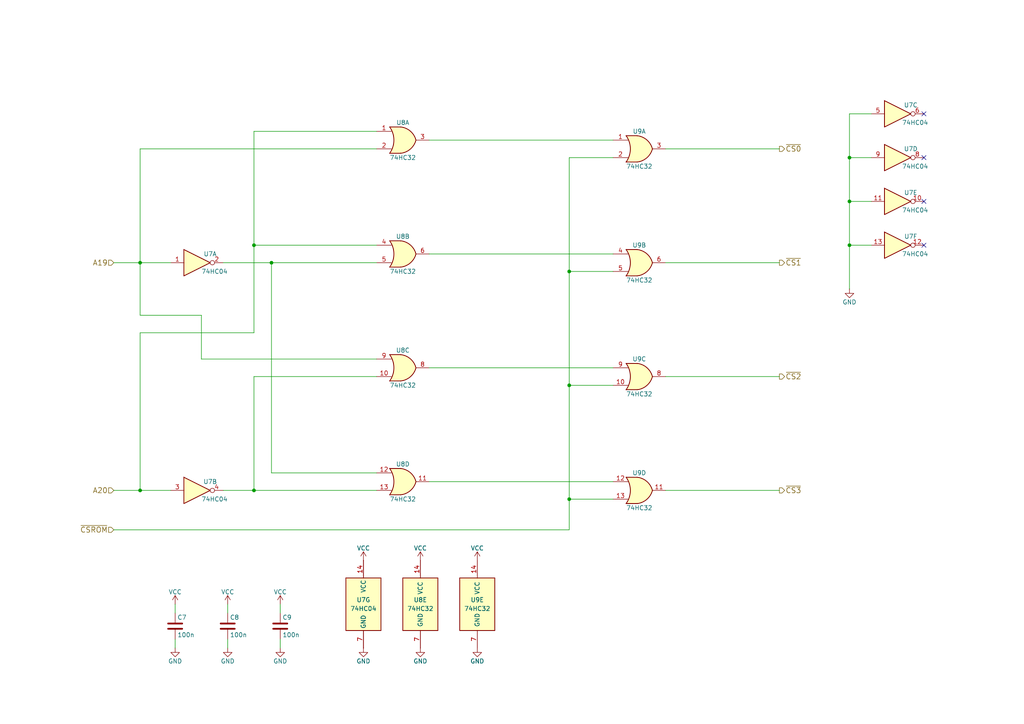
<source format=kicad_sch>
(kicad_sch (version 20231120) (generator "eeschema") (generator_version "8.0")
  (paper "A4")
  (title_block (title "Iceboy HX8K-BRK Memory Module") (date "2024-06-20") (rev "1") (company "Author: Michael Singer") (comment 1 "https://github.com/msinger/iceboy/") (comment 2 "http://iceboy.a-singer.de/"))
  (lib_symbols
    (symbol "74xx:74HC04"
      (property "Reference" "U" (at 0 1.27 0))
      (property "Value" "74HC04" (at 0 -1.27 0))
      (symbol "74HC04_1_0"
        (polyline (pts (xy -3.81 3.81) (xy -3.81 -3.81) (xy 3.81 0) (xy -3.81 3.81)) (stroke (width 0.254)) (fill (type background)))
        (pin input line (at -7.62 0 0) (length 3.81) (name "~") (number "1"))
        (pin output inverted (at 7.62 0 180) (length 3.81) (name "~") (number "2"))
      )
      (symbol "74HC04_2_0"
        (polyline (pts (xy -3.81 3.81) (xy -3.81 -3.81) (xy 3.81 0) (xy -3.81 3.81)) (stroke (width 0.254)) (fill (type background)))
        (pin input line (at -7.62 0 0) (length 3.81) (name "~") (number "3"))
        (pin output inverted (at 7.62 0 180) (length 3.81) (name "~") (number "4"))
      )
      (symbol "74HC04_3_0"
        (polyline (pts (xy -3.81 3.81) (xy -3.81 -3.81) (xy 3.81 0) (xy -3.81 3.81)) (stroke (width 0.254)) (fill (type background)))
        (pin input line (at -7.62 0 0) (length 3.81) (name "~") (number "5"))
        (pin output inverted (at 7.62 0 180) (length 3.81) (name "~") (number "6"))
      )
      (symbol "74HC04_4_0"
        (polyline (pts (xy -3.81 3.81) (xy -3.81 -3.81) (xy 3.81 0) (xy -3.81 3.81)) (stroke (width 0.254)) (fill (type background)))
        (pin output inverted (at 7.62 0 180) (length 3.81) (name "~") (number "8"))
        (pin input line (at -7.62 0 0) (length 3.81) (name "~") (number "9"))
      )
      (symbol "74HC04_5_0"
        (polyline (pts (xy -3.81 3.81) (xy -3.81 -3.81) (xy 3.81 0) (xy -3.81 3.81)) (stroke (width 0.254)) (fill (type background)))
        (pin output inverted (at 7.62 0 180) (length 3.81) (name "~") (number "10"))
        (pin input line (at -7.62 0 0) (length 3.81) (name "~") (number "11"))
      )
      (symbol "74HC04_6_0"
        (polyline (pts (xy -3.81 3.81) (xy -3.81 -3.81) (xy 3.81 0) (xy -3.81 3.81)) (stroke (width 0.254)) (fill (type background)))
        (pin output inverted (at 7.62 0 180) (length 3.81) (name "~") (number "12"))
        (pin input line (at -7.62 0 0) (length 3.81) (name "~") (number "13"))
      )
      (symbol "74HC04_7_0"
        (pin power_in line (at 0 12.7 270) (length 5.08) (name "VCC") (number "14"))
        (pin power_in line (at 0 -12.7 90) (length 5.08) (name "GND") (number "7"))
      )
      (symbol "74HC04_7_1"
        (rectangle (start -5.08 7.62) (end 5.08 -7.62) (stroke (width 0.254)) (fill (type background)))
      )
    )
    (symbol "74xx:74LS32" (pin_names (offset 1.016))
      (property "Reference" "U" (at 0 1.27 0))
      (property "Value" "74LS32" (at 0 -1.27 0))
      (symbol "74LS32_1_1"
        (arc (start -3.81 -3.81) (mid -2.589 0) (end -3.81 3.81) (stroke (width 0.254)))
        (arc (start -0.6096 -3.81) (mid 2.1842 -2.5851) (end 3.81 0) (stroke (width 0.254)) (fill (type background)))
        (polyline (pts (xy -3.81 -3.81) (xy -0.635 -3.81)) (stroke (width 0.254)) (fill (type background)))
        (polyline (pts (xy -3.81 3.81) (xy -0.635 3.81)) (stroke (width 0.254)) (fill (type background)))
        (polyline (pts (xy -0.635 3.81) (xy -3.81 3.81) (xy -3.81 3.81) (xy -3.556 3.4036) (xy -3.0226 2.2606) (xy -2.6924 1.0414) (xy -2.6162 -0.254) (xy -2.7686 -1.4986) (xy -3.175 -2.7178) (xy -3.81 -3.81) (xy -3.81 -3.81) (xy -0.635 -3.81)) (stroke (width -25.4)) (fill (type background)))
        (arc (start 3.81 0) (mid 2.1915 2.5936) (end -0.6096 3.81) (stroke (width 0.254)) (fill (type background)))
        (pin input line (at -7.62 2.54 0) (length 4.318) (name "~") (number "1"))
        (pin input line (at -7.62 -2.54 0) (length 4.318) (name "~") (number "2"))
        (pin output line (at 7.62 0 180) (length 3.81) (name "~") (number "3"))
      )
      (symbol "74LS32_1_2"
        (arc (start 0 -3.81) (mid 3.7934 0) (end 0 3.81) (stroke (width 0.254)) (fill (type background)))
        (polyline (pts (xy 0 3.81) (xy -3.81 3.81) (xy -3.81 -3.81) (xy 0 -3.81)) (stroke (width 0.254)) (fill (type background)))
        (pin input inverted (at -7.62 2.54 0) (length 3.81) (name "~") (number "1"))
        (pin input inverted (at -7.62 -2.54 0) (length 3.81) (name "~") (number "2"))
        (pin output inverted (at 7.62 0 180) (length 3.81) (name "~") (number "3"))
      )
      (symbol "74LS32_2_1"
        (arc (start -3.81 -3.81) (mid -2.589 0) (end -3.81 3.81) (stroke (width 0.254)))
        (arc (start -0.6096 -3.81) (mid 2.1842 -2.5851) (end 3.81 0) (stroke (width 0.254)) (fill (type background)))
        (polyline (pts (xy -3.81 -3.81) (xy -0.635 -3.81)) (stroke (width 0.254)) (fill (type background)))
        (polyline (pts (xy -3.81 3.81) (xy -0.635 3.81)) (stroke (width 0.254)) (fill (type background)))
        (polyline (pts (xy -0.635 3.81) (xy -3.81 3.81) (xy -3.81 3.81) (xy -3.556 3.4036) (xy -3.0226 2.2606) (xy -2.6924 1.0414) (xy -2.6162 -0.254) (xy -2.7686 -1.4986) (xy -3.175 -2.7178) (xy -3.81 -3.81) (xy -3.81 -3.81) (xy -0.635 -3.81)) (stroke (width -25.4)) (fill (type background)))
        (arc (start 3.81 0) (mid 2.1915 2.5936) (end -0.6096 3.81) (stroke (width 0.254)) (fill (type background)))
        (pin input line (at -7.62 2.54 0) (length 4.318) (name "~") (number "4"))
        (pin input line (at -7.62 -2.54 0) (length 4.318) (name "~") (number "5"))
        (pin output line (at 7.62 0 180) (length 3.81) (name "~") (number "6"))
      )
      (symbol "74LS32_2_2"
        (arc (start 0 -3.81) (mid 3.7934 0) (end 0 3.81) (stroke (width 0.254)) (fill (type background)))
        (polyline (pts (xy 0 3.81) (xy -3.81 3.81) (xy -3.81 -3.81) (xy 0 -3.81)) (stroke (width 0.254)) (fill (type background)))
        (pin input inverted (at -7.62 2.54 0) (length 3.81) (name "~") (number "4"))
        (pin input inverted (at -7.62 -2.54 0) (length 3.81) (name "~") (number "5"))
        (pin output inverted (at 7.62 0 180) (length 3.81) (name "~") (number "6"))
      )
      (symbol "74LS32_3_1"
        (arc (start -3.81 -3.81) (mid -2.589 0) (end -3.81 3.81) (stroke (width 0.254)))
        (arc (start -0.6096 -3.81) (mid 2.1842 -2.5851) (end 3.81 0) (stroke (width 0.254)) (fill (type background)))
        (polyline (pts (xy -3.81 -3.81) (xy -0.635 -3.81)) (stroke (width 0.254)) (fill (type background)))
        (polyline (pts (xy -3.81 3.81) (xy -0.635 3.81)) (stroke (width 0.254)) (fill (type background)))
        (polyline (pts (xy -0.635 3.81) (xy -3.81 3.81) (xy -3.81 3.81) (xy -3.556 3.4036) (xy -3.0226 2.2606) (xy -2.6924 1.0414) (xy -2.6162 -0.254) (xy -2.7686 -1.4986) (xy -3.175 -2.7178) (xy -3.81 -3.81) (xy -3.81 -3.81) (xy -0.635 -3.81)) (stroke (width -25.4)) (fill (type background)))
        (arc (start 3.81 0) (mid 2.1915 2.5936) (end -0.6096 3.81) (stroke (width 0.254)) (fill (type background)))
        (pin input line (at -7.62 -2.54 0) (length 4.318) (name "~") (number "10"))
        (pin output line (at 7.62 0 180) (length 3.81) (name "~") (number "8"))
        (pin input line (at -7.62 2.54 0) (length 4.318) (name "~") (number "9"))
      )
      (symbol "74LS32_3_2"
        (arc (start 0 -3.81) (mid 3.7934 0) (end 0 3.81) (stroke (width 0.254)) (fill (type background)))
        (polyline (pts (xy 0 3.81) (xy -3.81 3.81) (xy -3.81 -3.81) (xy 0 -3.81)) (stroke (width 0.254)) (fill (type background)))
        (pin input inverted (at -7.62 -2.54 0) (length 3.81) (name "~") (number "10"))
        (pin output inverted (at 7.62 0 180) (length 3.81) (name "~") (number "8"))
        (pin input inverted (at -7.62 2.54 0) (length 3.81) (name "~") (number "9"))
      )
      (symbol "74LS32_4_1"
        (arc (start -3.81 -3.81) (mid -2.589 0) (end -3.81 3.81) (stroke (width 0.254)))
        (arc (start -0.6096 -3.81) (mid 2.1842 -2.5851) (end 3.81 0) (stroke (width 0.254)) (fill (type background)))
        (polyline (pts (xy -3.81 -3.81) (xy -0.635 -3.81)) (stroke (width 0.254)) (fill (type background)))
        (polyline (pts (xy -3.81 3.81) (xy -0.635 3.81)) (stroke (width 0.254)) (fill (type background)))
        (polyline (pts (xy -0.635 3.81) (xy -3.81 3.81) (xy -3.81 3.81) (xy -3.556 3.4036) (xy -3.0226 2.2606) (xy -2.6924 1.0414) (xy -2.6162 -0.254) (xy -2.7686 -1.4986) (xy -3.175 -2.7178) (xy -3.81 -3.81) (xy -3.81 -3.81) (xy -0.635 -3.81)) (stroke (width -25.4)) (fill (type background)))
        (arc (start 3.81 0) (mid 2.1915 2.5936) (end -0.6096 3.81) (stroke (width 0.254)) (fill (type background)))
        (pin output line (at 7.62 0 180) (length 3.81) (name "~") (number "11"))
        (pin input line (at -7.62 2.54 0) (length 4.318) (name "~") (number "12"))
        (pin input line (at -7.62 -2.54 0) (length 4.318) (name "~") (number "13"))
      )
      (symbol "74LS32_4_2"
        (arc (start 0 -3.81) (mid 3.7934 0) (end 0 3.81) (stroke (width 0.254)) (fill (type background)))
        (polyline (pts (xy 0 3.81) (xy -3.81 3.81) (xy -3.81 -3.81) (xy 0 -3.81)) (stroke (width 0.254)) (fill (type background)))
        (pin output inverted (at 7.62 0 180) (length 3.81) (name "~") (number "11"))
        (pin input inverted (at -7.62 2.54 0) (length 3.81) (name "~") (number "12"))
        (pin input inverted (at -7.62 -2.54 0) (length 3.81) (name "~") (number "13"))
      )
      (symbol "74LS32_5_0"
        (pin power_in line (at 0 12.7 270) (length 5.08) (name "VCC") (number "14"))
        (pin power_in line (at 0 -12.7 90) (length 5.08) (name "GND") (number "7"))
      )
      (symbol "74LS32_5_1"
        (rectangle (start -5.08 7.62) (end 5.08 -7.62) (stroke (width 0.254)) (fill (type background)))
      )
    )
    (symbol "Device:C" (pin_numbers hide) (pin_names (offset 0.254))
      (property "Reference" "C" (at 0.635 2.54 0))
      (property "Value" "C" (at 0.635 -2.54 0))
      (symbol "C_0_1"
        (polyline (pts (xy -2.032 -0.762) (xy 2.032 -0.762)) (stroke (width 0.508)))
        (polyline (pts (xy -2.032 0.762) (xy 2.032 0.762)) (stroke (width 0.508)))
      )
      (symbol "C_1_1"
        (pin passive line (at 0 3.81 270) (length 2.794) (name "~") (number "1"))
        (pin passive line (at 0 -3.81 90) (length 2.794) (name "~") (number "2"))
      )
    )
    (symbol "power:GND" (power) (pin_numbers hide) (pin_names (offset 0) hide)
      (property "Value" "GND" (at 0 -3.81 0))
      (symbol "GND_0_1"
        (polyline (pts (xy 0 0) (xy 0 -1.27) (xy 1.27 -1.27) (xy 0 -2.54) (xy -1.27 -1.27) (xy 0 -1.27)))
      )
      (symbol "GND_1_1"
        (pin power_in line (at 0 0 270) (length 0) (name "~") (number "1"))
      )
    )
    (symbol "power:VCC" (power) (pin_numbers hide) (pin_names (offset 0) hide)
      (property "Value" "VCC" (at 0 3.556 0))
      (symbol "VCC_0_1"
        (polyline (pts (xy -0.762 1.27) (xy 0 2.54)))
        (polyline (pts (xy 0 0) (xy 0 2.54)))
        (polyline (pts (xy 0 2.54) (xy 0.762 1.27)))
      )
      (symbol "VCC_1_1"
        (pin power_in line (at 0 0 90) (length 0) (name "~") (number "1"))
      )
    )
  )
  (junction (at 246.38 45.72))
  (junction (at 165.1 144.78))
  (junction (at 246.38 71.12))
  (junction (at 165.1 111.76))
  (junction (at 40.64 142.24))
  (junction (at 78.74 76.2))
  (junction (at 73.66 142.24))
  (junction (at 40.64 76.2))
  (junction (at 165.1 78.74))
  (junction (at 73.66 71.12))
  (junction (at 246.38 58.42))
  (no_connect (at 267.97 58.42))
  (no_connect (at 267.97 45.72))
  (no_connect (at 267.97 71.12))
  (no_connect (at 267.97 33.02))
  (wire (pts (xy 64.77 142.24) (xy 73.66 142.24)))
  (wire (pts (xy 165.1 144.78) (xy 177.8 144.78)))
  (wire (pts (xy 165.1 78.74) (xy 177.8 78.74)))
  (wire (pts (xy 165.1 111.76) (xy 177.8 111.76)))
  (wire (pts (xy 40.64 76.2) (xy 49.53 76.2)))
  (wire (pts (xy 124.46 40.64) (xy 177.8 40.64)))
  (wire (pts (xy 81.28 175.26) (xy 81.28 177.8)))
  (wire (pts (xy 246.38 58.42) (xy 252.73 58.42)))
  (wire (pts (xy 58.42 104.14) (xy 109.22 104.14)))
  (wire (pts (xy 165.1 45.72) (xy 165.1 78.74)))
  (wire (pts (xy 165.1 153.67) (xy 33.02 153.67)))
  (wire (pts (xy 246.38 71.12) (xy 246.38 83.82)))
  (wire (pts (xy 73.66 38.1) (xy 109.22 38.1)))
  (wire (pts (xy 78.74 76.2) (xy 78.74 137.16)))
  (wire (pts (xy 40.64 76.2) (xy 40.64 91.44)))
  (wire (pts (xy 165.1 45.72) (xy 177.8 45.72)))
  (wire (pts (xy 193.04 76.2) (xy 226.06 76.2)))
  (wire (pts (xy 73.66 71.12) (xy 109.22 71.12)))
  (wire (pts (xy 81.28 185.42) (xy 81.28 187.96)))
  (wire (pts (xy 78.74 76.2) (xy 109.22 76.2)))
  (wire (pts (xy 73.66 109.22) (xy 73.66 142.24)))
  (wire (pts (xy 40.64 91.44) (xy 58.42 91.44)))
  (wire (pts (xy 165.1 111.76) (xy 165.1 144.78)))
  (wire (pts (xy 124.46 106.68) (xy 177.8 106.68)))
  (wire (pts (xy 165.1 144.78) (xy 165.1 153.67)))
  (wire (pts (xy 73.66 142.24) (xy 109.22 142.24)))
  (wire (pts (xy 246.38 58.42) (xy 246.38 71.12)))
  (wire (pts (xy 40.64 43.18) (xy 40.64 76.2)))
  (wire (pts (xy 73.66 109.22) (xy 109.22 109.22)))
  (wire (pts (xy 33.02 76.2) (xy 40.64 76.2)))
  (wire (pts (xy 246.38 45.72) (xy 246.38 58.42)))
  (wire (pts (xy 73.66 38.1) (xy 73.66 71.12)))
  (wire (pts (xy 193.04 142.24) (xy 226.06 142.24)))
  (wire (pts (xy 246.38 71.12) (xy 252.73 71.12)))
  (wire (pts (xy 246.38 33.02) (xy 252.73 33.02)))
  (wire (pts (xy 40.64 96.52) (xy 40.64 142.24)))
  (wire (pts (xy 246.38 33.02) (xy 246.38 45.72)))
  (wire (pts (xy 165.1 78.74) (xy 165.1 111.76)))
  (wire (pts (xy 40.64 43.18) (xy 109.22 43.18)))
  (wire (pts (xy 246.38 45.72) (xy 252.73 45.72)))
  (wire (pts (xy 124.46 73.66) (xy 177.8 73.66)))
  (wire (pts (xy 64.77 76.2) (xy 78.74 76.2)))
  (wire (pts (xy 66.04 187.96) (xy 66.04 185.42)))
  (wire (pts (xy 193.04 109.22) (xy 226.06 109.22)))
  (wire (pts (xy 193.04 43.18) (xy 226.06 43.18)))
  (wire (pts (xy 78.74 137.16) (xy 109.22 137.16)))
  (wire (pts (xy 66.04 177.8) (xy 66.04 175.26)))
  (wire (pts (xy 58.42 91.44) (xy 58.42 104.14)))
  (wire (pts (xy 40.64 142.24) (xy 49.53 142.24)))
  (wire (pts (xy 73.66 71.12) (xy 73.66 96.52)))
  (wire (pts (xy 124.46 139.7) (xy 177.8 139.7)))
  (wire (pts (xy 73.66 96.52) (xy 40.64 96.52)))
  (wire (pts (xy 50.8 185.42) (xy 50.8 187.96)))
  (wire (pts (xy 33.02 142.24) (xy 40.64 142.24)))
  (wire (pts (xy 50.8 175.26) (xy 50.8 177.8)))
  (hierarchical_label "~{CS1}" (shape output) (at 226.06 76.2 0) (effects (font (size 1.524 1.524))))
  (hierarchical_label "~{CS3}" (shape output) (at 226.06 142.24 0) (effects (font (size 1.524 1.524))))
  (hierarchical_label "A19" (shape input) (at 33.02 76.2 180) (effects (font (size 1.524 1.524))))
  (hierarchical_label "A20" (shape input) (at 33.02 142.24 180) (effects (font (size 1.524 1.524))))
  (hierarchical_label "~{CSROM}" (shape input) (at 33.02 153.67 180) (effects (font (size 1.524 1.524))))
  (hierarchical_label "~{CS0}" (shape output) (at 226.06 43.18 0) (effects (font (size 1.524 1.524))))
  (hierarchical_label "~{CS2}" (shape output) (at 226.06 109.22 0) (effects (font (size 1.524 1.524))))
  (symbol (lib_id "74xx:74LS32") (at 116.84 40.64 0) (unit 1)
    (property "Reference" "U8" (at 116.84 35.56 0))
    (property "Value" "74HC32" (at 116.84 45.72 0))
    (property "Footprint" "Package_DIP:DIP-14_W7.62mm_Socket" (effects (hide yes)))
    (property "Datasheet" "http://www.ti.com/lit/gpn/sn74LS32" (effects (hide yes)))
    (property "Description" "Quad 2-input OR" (effects (hide yes)))
  )
  (symbol (lib_id "74xx:74LS32") (at 116.84 73.66 0) (unit 2)
    (property "Reference" "U8" (at 116.84 68.58 0))
    (property "Value" "74HC32" (at 116.84 78.74 0))
    (property "Footprint" "Package_DIP:DIP-14_W7.62mm_Socket" (effects (hide yes)))
    (property "Datasheet" "http://www.ti.com/lit/gpn/sn74LS32" (effects (hide yes)))
    (property "Description" "Quad 2-input OR" (effects (hide yes)))
  )
  (symbol (lib_id "74xx:74LS32") (at 116.84 106.68 0) (unit 3)
    (property "Reference" "U8" (at 116.84 101.6 0))
    (property "Value" "74HC32" (at 116.84 111.76 0))
    (property "Footprint" "Package_DIP:DIP-14_W7.62mm_Socket" (effects (hide yes)))
    (property "Datasheet" "http://www.ti.com/lit/gpn/sn74LS32" (effects (hide yes)))
    (property "Description" "Quad 2-input OR" (effects (hide yes)))
  )
  (symbol (lib_id "74xx:74LS32") (at 116.84 139.7 0) (unit 4)
    (property "Reference" "U8" (at 116.84 134.62 0))
    (property "Value" "74HC32" (at 116.84 144.78 0))
    (property "Footprint" "Package_DIP:DIP-14_W7.62mm_Socket" (effects (hide yes)))
    (property "Datasheet" "http://www.ti.com/lit/gpn/sn74LS32" (effects (hide yes)))
    (property "Description" "Quad 2-input OR" (effects (hide yes)))
  )
  (symbol (lib_id "74xx:74LS32") (at 185.42 43.18 0) (unit 1)
    (property "Reference" "U9" (at 185.42 38.1 0))
    (property "Value" "74HC32" (at 185.42 48.26 0))
    (property "Footprint" "Package_DIP:DIP-14_W7.62mm_Socket" (effects (hide yes)))
    (property "Datasheet" "http://www.ti.com/lit/gpn/sn74LS32" (effects (hide yes)))
    (property "Description" "Quad 2-input OR" (effects (hide yes)))
  )
  (symbol (lib_id "74xx:74LS32") (at 185.42 76.2 0) (unit 2)
    (property "Reference" "U9" (at 185.42 71.12 0))
    (property "Value" "74HC32" (at 185.42 81.28 0))
    (property "Footprint" "Package_DIP:DIP-14_W7.62mm_Socket" (effects (hide yes)))
    (property "Datasheet" "http://www.ti.com/lit/gpn/sn74LS32" (effects (hide yes)))
    (property "Description" "Quad 2-input OR" (effects (hide yes)))
  )
  (symbol (lib_id "74xx:74HC04") (at 57.15 76.2 0) (unit 1)
    (property "Reference" "U7" (at 60.96 73.66 0))
    (property "Value" "74HC04" (at 62.23 78.74 0))
    (property "Footprint" "Package_DIP:DIP-14_W7.62mm_Socket" (effects (hide yes)))
    (property "Datasheet" "https://assets.nexperia.com/documents/data-sheet/74HC_HCT04.pdf" (effects (hide yes)))
    (property "Description" "Hex Inverter" (effects (hide yes)))
  )
  (symbol (lib_id "74xx:74HC04") (at 57.15 142.24 0) (unit 2)
    (property "Reference" "U7" (at 60.96 139.7 0))
    (property "Value" "74HC04" (at 62.23 144.78 0))
    (property "Footprint" "Package_DIP:DIP-14_W7.62mm_Socket" (effects (hide yes)))
    (property "Datasheet" "https://assets.nexperia.com/documents/data-sheet/74HC_HCT04.pdf" (effects (hide yes)))
    (property "Description" "Hex Inverter" (effects (hide yes)))
  )
  (symbol (lib_id "74xx:74LS32") (at 185.42 109.22 0) (unit 3)
    (property "Reference" "U9" (at 185.42 104.14 0))
    (property "Value" "74HC32" (at 185.42 114.3 0))
    (property "Footprint" "Package_DIP:DIP-14_W7.62mm_Socket" (effects (hide yes)))
    (property "Datasheet" "http://www.ti.com/lit/gpn/sn74LS32" (effects (hide yes)))
    (property "Description" "Quad 2-input OR" (effects (hide yes)))
  )
  (symbol (lib_id "74xx:74LS32") (at 185.42 142.24 0) (unit 4)
    (property "Reference" "U9" (at 185.42 137.16 0))
    (property "Value" "74HC32" (at 185.42 147.32 0))
    (property "Footprint" "Package_DIP:DIP-14_W7.62mm_Socket" (effects (hide yes)))
    (property "Datasheet" "http://www.ti.com/lit/gpn/sn74LS32" (effects (hide yes)))
    (property "Description" "Quad 2-input OR" (effects (hide yes)))
  )
  (symbol (lib_id "Device:C") (at 50.8 181.61 0) (unit 1)
    (property "Reference" "C7" (at 51.435 179.07 0) (effects (justify left)))
    (property "Value" "100n" (at 51.435 184.15 0) (effects (justify left)))
    (property "Footprint" "Capacitor_THT:C_Disc_D3.0mm_W2.0mm_P2.50mm" (effects (hide yes)))
    (property "Description" "Unpolarized capacitor" (effects (hide yes)))
  )
  (symbol (lib_id "Device:C") (at 66.04 181.61 0) (unit 1)
    (property "Reference" "C8" (at 66.675 179.07 0) (effects (justify left)))
    (property "Value" "100n" (at 66.675 184.15 0) (effects (justify left)))
    (property "Footprint" "Capacitor_THT:C_Disc_D3.0mm_W2.0mm_P2.50mm" (effects (hide yes)))
    (property "Description" "Unpolarized capacitor" (effects (hide yes)))
  )
  (symbol (lib_id "Device:C") (at 81.28 181.61 0) (unit 1)
    (property "Reference" "C9" (at 81.915 179.07 0) (effects (justify left)))
    (property "Value" "100n" (at 81.915 184.15 0) (effects (justify left)))
    (property "Footprint" "Capacitor_THT:C_Disc_D3.0mm_W2.0mm_P2.50mm" (effects (hide yes)))
    (property "Description" "Unpolarized capacitor" (effects (hide yes)))
  )
  (symbol (lib_id "power:VCC") (at 50.8 175.26 0) (unit 1)
    (property "Reference" "#PWR021" (effects (hide yes)))
    (property "Value" "VCC" (at 50.8 171.704 0))
    (property "Description" "Power symbol creates a global label with name \"VCC\"" (effects (hide yes)))
  )
  (symbol (lib_id "power:VCC") (at 66.04 175.26 0) (unit 1)
    (property "Reference" "#PWR022" (effects (hide yes)))
    (property "Value" "VCC" (at 66.04 171.704 0))
    (property "Description" "Power symbol creates a global label with name \"VCC\"" (effects (hide yes)))
  )
  (symbol (lib_id "power:VCC") (at 81.28 175.26 0) (unit 1)
    (property "Reference" "#PWR023" (effects (hide yes)))
    (property "Value" "VCC" (at 81.28 171.704 0))
    (property "Description" "Power symbol creates a global label with name \"VCC\"" (effects (hide yes)))
  )
  (symbol (lib_id "power:GND") (at 50.8 187.96 0) (unit 1)
    (property "Reference" "#PWR024" (effects (hide yes)))
    (property "Value" "GND" (at 50.8 191.77 0))
    (property "Description" "Power symbol creates a global label with name \"GND\" , ground" (effects (hide yes)))
  )
  (symbol (lib_id "power:GND") (at 66.04 187.96 0) (unit 1)
    (property "Reference" "#PWR025" (effects (hide yes)))
    (property "Value" "GND" (at 66.04 191.77 0))
    (property "Description" "Power symbol creates a global label with name \"GND\" , ground" (effects (hide yes)))
  )
  (symbol (lib_id "power:GND") (at 81.28 187.96 0) (unit 1)
    (property "Reference" "#PWR026" (effects (hide yes)))
    (property "Value" "GND" (at 81.28 191.77 0))
    (property "Description" "Power symbol creates a global label with name \"GND\" , ground" (effects (hide yes)))
  )
  (symbol (lib_id "74xx:74HC04") (at 260.35 33.02 0) (unit 3)
    (property "Reference" "U7" (at 264.16 30.48 0))
    (property "Value" "74HC04" (at 265.43 35.56 0))
    (property "Footprint" "Package_DIP:DIP-14_W7.62mm_Socket" (effects (hide yes)))
    (property "Datasheet" "https://assets.nexperia.com/documents/data-sheet/74HC_HCT04.pdf" (effects (hide yes)))
    (property "Description" "Hex Inverter" (effects (hide yes)))
  )
  (symbol (lib_id "74xx:74HC04") (at 260.35 45.72 0) (unit 4)
    (property "Reference" "U7" (at 264.16 43.18 0))
    (property "Value" "74HC04" (at 265.43 48.26 0))
    (property "Footprint" "Package_DIP:DIP-14_W7.62mm_Socket" (effects (hide yes)))
    (property "Datasheet" "https://assets.nexperia.com/documents/data-sheet/74HC_HCT04.pdf" (effects (hide yes)))
    (property "Description" "Hex Inverter" (effects (hide yes)))
  )
  (symbol (lib_id "74xx:74HC04") (at 260.35 58.42 0) (unit 5)
    (property "Reference" "U7" (at 264.16 55.88 0))
    (property "Value" "74HC04" (at 265.43 60.96 0))
    (property "Footprint" "Package_DIP:DIP-14_W7.62mm_Socket" (effects (hide yes)))
    (property "Datasheet" "https://assets.nexperia.com/documents/data-sheet/74HC_HCT04.pdf" (effects (hide yes)))
    (property "Description" "Hex Inverter" (effects (hide yes)))
  )
  (symbol (lib_id "74xx:74HC04") (at 260.35 71.12 0) (unit 6)
    (property "Reference" "U7" (at 264.16 68.58 0))
    (property "Value" "74HC04" (at 265.43 73.66 0))
    (property "Footprint" "Package_DIP:DIP-14_W7.62mm_Socket" (effects (hide yes)))
    (property "Datasheet" "https://assets.nexperia.com/documents/data-sheet/74HC_HCT04.pdf" (effects (hide yes)))
    (property "Description" "Hex Inverter" (effects (hide yes)))
  )
  (symbol (lib_id "power:GND") (at 246.38 83.82 0) (unit 1)
    (property "Reference" "#PWR027" (effects (hide yes)))
    (property "Value" "GND" (at 246.38 87.63 0))
    (property "Description" "Power symbol creates a global label with name \"GND\" , ground" (effects (hide yes)))
  )
  (symbol (lib_id "74xx:74LS32") (at 121.92 175.26 0) (unit 5)
    (property "Reference" "U8" (at 121.92 173.99 0))
    (property "Value" "74HC32" (at 121.92 176.53 0))
    (property "Footprint" "Package_DIP:DIP-14_W7.62mm_Socket" (effects (hide yes)))
    (property "Datasheet" "http://www.ti.com/lit/gpn/sn74LS32" (effects (hide yes)))
    (property "Description" "Quad 2-input OR" (effects (hide yes)))
  )
  (symbol (lib_id "power:VCC") (at 138.43 162.56 0) (unit 1)
    (property "Reference" "#PWR040" (effects (hide yes)))
    (property "Value" "VCC" (at 138.43 159.004 0))
    (property "Description" "Power symbol creates a global label with name \"VCC\"" (effects (hide yes)))
  )
  (symbol (lib_id "power:VCC") (at 105.41 162.56 0) (unit 1)
    (property "Reference" "#PWR038" (effects (hide yes)))
    (property "Value" "VCC" (at 105.41 159.004 0))
    (property "Description" "Power symbol creates a global label with name \"VCC\"" (effects (hide yes)))
  )
  (symbol (lib_id "power:GND") (at 121.92 187.96 0) (unit 1)
    (property "Reference" "#PWR042" (effects (hide yes)))
    (property "Value" "GND" (at 121.92 191.77 0))
    (property "Description" "Power symbol creates a global label with name \"GND\" , ground" (effects (hide yes)))
  )
  (symbol (lib_id "74xx:74LS32") (at 138.43 175.26 0) (unit 5)
    (property "Reference" "U9" (at 138.43 173.99 0))
    (property "Value" "74HC32" (at 138.43 176.53 0))
    (property "Footprint" "Package_DIP:DIP-14_W7.62mm_Socket" (effects (hide yes)))
    (property "Datasheet" "http://www.ti.com/lit/gpn/sn74LS32" (effects (hide yes)))
    (property "Description" "Quad 2-input OR" (effects (hide yes)))
  )
  (symbol (lib_id "power:VCC") (at 121.92 162.56 0) (unit 1)
    (property "Reference" "#PWR039" (effects (hide yes)))
    (property "Value" "VCC" (at 121.92 159.004 0))
    (property "Description" "Power symbol creates a global label with name \"VCC\"" (effects (hide yes)))
  )
  (symbol (lib_id "power:GND") (at 105.41 187.96 0) (unit 1)
    (property "Reference" "#PWR041" (effects (hide yes)))
    (property "Value" "GND" (at 105.41 191.77 0))
    (property "Description" "Power symbol creates a global label with name \"GND\" , ground" (effects (hide yes)))
  )
  (symbol (lib_id "74xx:74HC04") (at 105.41 175.26 0) (unit 7)
    (property "Reference" "U7" (at 105.41 173.99 0))
    (property "Value" "74HC04" (at 105.41 176.53 0))
    (property "Footprint" "Package_DIP:DIP-14_W7.62mm_Socket" (effects (hide yes)))
    (property "Datasheet" "https://assets.nexperia.com/documents/data-sheet/74HC_HCT04.pdf" (effects (hide yes)))
    (property "Description" "Hex Inverter" (effects (hide yes)))
  )
  (symbol (lib_id "power:GND") (at 138.43 187.96 0) (unit 1)
    (property "Reference" "#PWR043" (effects (hide yes)))
    (property "Value" "GND" (at 138.43 191.77 0))
    (property "Description" "Power symbol creates a global label with name \"GND\" , ground" (effects (hide yes)))
  )
)
</source>
